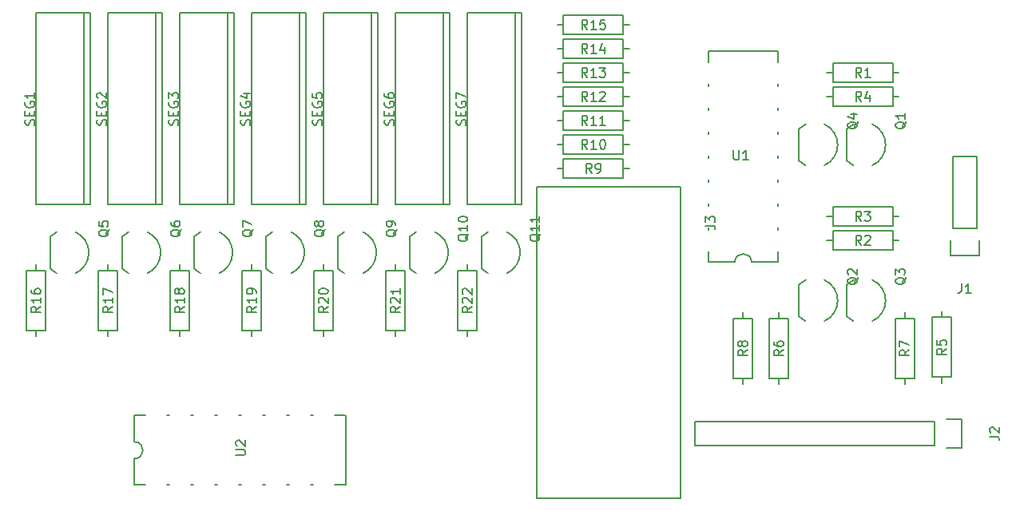
<source format=gbr>
G04 #@! TF.FileFunction,Legend,Top*
%FSLAX46Y46*%
G04 Gerber Fmt 4.6, Leading zero omitted, Abs format (unit mm)*
G04 Created by KiCad (PCBNEW 4.0.1-stable) date 12/26/16 02:18:00*
%MOMM*%
G01*
G04 APERTURE LIST*
%ADD10C,0.100000*%
%ADD11C,0.150000*%
G04 APERTURE END LIST*
D10*
D11*
X217170000Y-115062000D02*
X204470000Y-115062000D01*
X217170000Y-112522000D02*
X204470000Y-112522000D01*
X204470000Y-112522000D02*
X204470000Y-115062000D01*
X229870000Y-115062000D02*
X217170000Y-115062000D01*
X217170000Y-112522000D02*
X229870000Y-112522000D01*
X232690000Y-115342000D02*
X231140000Y-115342000D01*
X229870000Y-115062000D02*
X229870000Y-112522000D01*
X231140000Y-112242000D02*
X232690000Y-112242000D01*
X232690000Y-112242000D02*
X232690000Y-115342000D01*
X200406000Y-87630000D02*
X202946000Y-87630000D01*
X202946000Y-87630000D02*
X202946000Y-120650000D01*
X202946000Y-120650000D02*
X187706000Y-120650000D01*
X187706000Y-120650000D02*
X187706000Y-87630000D01*
X187706000Y-87630000D02*
X200406000Y-87630000D01*
X221253010Y-80997305D02*
G75*
G03X220550000Y-81485000I996990J-2187695D01*
G01*
X221253010Y-85372695D02*
G75*
G02X220550000Y-84885000I996990J2187695D01*
G01*
X220550000Y-81485000D02*
X220550000Y-84885000D01*
X223243127Y-81000121D02*
G75*
G02X224650000Y-83185000I-993127J-2184879D01*
G01*
X223243127Y-85369879D02*
G75*
G03X224650000Y-83185000I-993127J2184879D01*
G01*
X216173010Y-97507305D02*
G75*
G03X215470000Y-97995000I996990J-2187695D01*
G01*
X216173010Y-101882695D02*
G75*
G02X215470000Y-101395000I996990J2187695D01*
G01*
X215470000Y-97995000D02*
X215470000Y-101395000D01*
X218163127Y-97510121D02*
G75*
G02X219570000Y-99695000I-993127J-2184879D01*
G01*
X218163127Y-101879879D02*
G75*
G03X219570000Y-99695000I-993127J2184879D01*
G01*
X221253010Y-97507305D02*
G75*
G03X220550000Y-97995000I996990J-2187695D01*
G01*
X221253010Y-101882695D02*
G75*
G02X220550000Y-101395000I996990J2187695D01*
G01*
X220550000Y-97995000D02*
X220550000Y-101395000D01*
X223243127Y-97510121D02*
G75*
G02X224650000Y-99695000I-993127J-2184879D01*
G01*
X223243127Y-101879879D02*
G75*
G03X224650000Y-99695000I-993127J2184879D01*
G01*
X216173010Y-80997305D02*
G75*
G03X215470000Y-81485000I996990J-2187695D01*
G01*
X216173010Y-85372695D02*
G75*
G02X215470000Y-84885000I996990J2187695D01*
G01*
X215470000Y-81485000D02*
X215470000Y-84885000D01*
X218163127Y-81000121D02*
G75*
G02X219570000Y-83185000I-993127J-2184879D01*
G01*
X218163127Y-85369879D02*
G75*
G03X219570000Y-83185000I-993127J2184879D01*
G01*
X136798010Y-92427305D02*
G75*
G03X136095000Y-92915000I996990J-2187695D01*
G01*
X136798010Y-96802695D02*
G75*
G02X136095000Y-96315000I996990J2187695D01*
G01*
X136095000Y-92915000D02*
X136095000Y-96315000D01*
X138788127Y-92430121D02*
G75*
G02X140195000Y-94615000I-993127J-2184879D01*
G01*
X138788127Y-96799879D02*
G75*
G03X140195000Y-94615000I-993127J2184879D01*
G01*
X144418010Y-92427305D02*
G75*
G03X143715000Y-92915000I996990J-2187695D01*
G01*
X144418010Y-96802695D02*
G75*
G02X143715000Y-96315000I996990J2187695D01*
G01*
X143715000Y-92915000D02*
X143715000Y-96315000D01*
X146408127Y-92430121D02*
G75*
G02X147815000Y-94615000I-993127J-2184879D01*
G01*
X146408127Y-96799879D02*
G75*
G03X147815000Y-94615000I-993127J2184879D01*
G01*
X152038010Y-92427305D02*
G75*
G03X151335000Y-92915000I996990J-2187695D01*
G01*
X152038010Y-96802695D02*
G75*
G02X151335000Y-96315000I996990J2187695D01*
G01*
X151335000Y-92915000D02*
X151335000Y-96315000D01*
X154028127Y-92430121D02*
G75*
G02X155435000Y-94615000I-993127J-2184879D01*
G01*
X154028127Y-96799879D02*
G75*
G03X155435000Y-94615000I-993127J2184879D01*
G01*
X159658010Y-92427305D02*
G75*
G03X158955000Y-92915000I996990J-2187695D01*
G01*
X159658010Y-96802695D02*
G75*
G02X158955000Y-96315000I996990J2187695D01*
G01*
X158955000Y-92915000D02*
X158955000Y-96315000D01*
X161648127Y-92430121D02*
G75*
G02X163055000Y-94615000I-993127J-2184879D01*
G01*
X161648127Y-96799879D02*
G75*
G03X163055000Y-94615000I-993127J2184879D01*
G01*
X167278010Y-92427305D02*
G75*
G03X166575000Y-92915000I996990J-2187695D01*
G01*
X167278010Y-96802695D02*
G75*
G02X166575000Y-96315000I996990J2187695D01*
G01*
X166575000Y-92915000D02*
X166575000Y-96315000D01*
X169268127Y-92430121D02*
G75*
G02X170675000Y-94615000I-993127J-2184879D01*
G01*
X169268127Y-96799879D02*
G75*
G03X170675000Y-94615000I-993127J2184879D01*
G01*
X174898010Y-92427305D02*
G75*
G03X174195000Y-92915000I996990J-2187695D01*
G01*
X174898010Y-96802695D02*
G75*
G02X174195000Y-96315000I996990J2187695D01*
G01*
X174195000Y-92915000D02*
X174195000Y-96315000D01*
X176888127Y-92430121D02*
G75*
G02X178295000Y-94615000I-993127J-2184879D01*
G01*
X176888127Y-96799879D02*
G75*
G03X178295000Y-94615000I-993127J2184879D01*
G01*
X182518010Y-92427305D02*
G75*
G03X181815000Y-92915000I996990J-2187695D01*
G01*
X182518010Y-96802695D02*
G75*
G02X181815000Y-96315000I996990J2187695D01*
G01*
X181815000Y-92915000D02*
X181815000Y-96315000D01*
X184508127Y-92430121D02*
G75*
G02X185915000Y-94615000I-993127J-2184879D01*
G01*
X184508127Y-96799879D02*
G75*
G03X185915000Y-94615000I-993127J2184879D01*
G01*
X219075000Y-74549000D02*
X225425000Y-74549000D01*
X225425000Y-76581000D02*
X219075000Y-76581000D01*
X219075000Y-75565000D02*
X218440000Y-75565000D01*
X225425000Y-75565000D02*
X226060000Y-75565000D01*
X225425000Y-75565000D02*
X225425000Y-76581000D01*
X219075000Y-76581000D02*
X219075000Y-74549000D01*
X225425000Y-74549000D02*
X225425000Y-75565000D01*
X219075000Y-92329000D02*
X225425000Y-92329000D01*
X225425000Y-94361000D02*
X219075000Y-94361000D01*
X219075000Y-93345000D02*
X218440000Y-93345000D01*
X225425000Y-93345000D02*
X226060000Y-93345000D01*
X225425000Y-93345000D02*
X225425000Y-94361000D01*
X219075000Y-94361000D02*
X219075000Y-92329000D01*
X225425000Y-92329000D02*
X225425000Y-93345000D01*
X219075000Y-89789000D02*
X225425000Y-89789000D01*
X225425000Y-91821000D02*
X219075000Y-91821000D01*
X219075000Y-90805000D02*
X218440000Y-90805000D01*
X225425000Y-90805000D02*
X226060000Y-90805000D01*
X225425000Y-90805000D02*
X225425000Y-91821000D01*
X219075000Y-91821000D02*
X219075000Y-89789000D01*
X225425000Y-89789000D02*
X225425000Y-90805000D01*
X219075000Y-77089000D02*
X225425000Y-77089000D01*
X225425000Y-79121000D02*
X219075000Y-79121000D01*
X219075000Y-78105000D02*
X218440000Y-78105000D01*
X225425000Y-78105000D02*
X226060000Y-78105000D01*
X225425000Y-78105000D02*
X225425000Y-79121000D01*
X219075000Y-79121000D02*
X219075000Y-77089000D01*
X225425000Y-77089000D02*
X225425000Y-78105000D01*
X231648000Y-101473000D02*
X231648000Y-107823000D01*
X229616000Y-107823000D02*
X229616000Y-101473000D01*
X230632000Y-101473000D02*
X230632000Y-100838000D01*
X230632000Y-107823000D02*
X230632000Y-108458000D01*
X230632000Y-107823000D02*
X229616000Y-107823000D01*
X229616000Y-101473000D02*
X231648000Y-101473000D01*
X231648000Y-107823000D02*
X230632000Y-107823000D01*
X214376000Y-101600000D02*
X214376000Y-107950000D01*
X212344000Y-107950000D02*
X212344000Y-101600000D01*
X213360000Y-101600000D02*
X213360000Y-100965000D01*
X213360000Y-107950000D02*
X213360000Y-108585000D01*
X213360000Y-107950000D02*
X212344000Y-107950000D01*
X212344000Y-101600000D02*
X214376000Y-101600000D01*
X214376000Y-107950000D02*
X213360000Y-107950000D01*
X227711000Y-101600000D02*
X227711000Y-107950000D01*
X225679000Y-107950000D02*
X225679000Y-101600000D01*
X226695000Y-101600000D02*
X226695000Y-100965000D01*
X226695000Y-107950000D02*
X226695000Y-108585000D01*
X226695000Y-107950000D02*
X225679000Y-107950000D01*
X225679000Y-101600000D02*
X227711000Y-101600000D01*
X227711000Y-107950000D02*
X226695000Y-107950000D01*
X210566000Y-101600000D02*
X210566000Y-107950000D01*
X208534000Y-107950000D02*
X208534000Y-101600000D01*
X209550000Y-101600000D02*
X209550000Y-100965000D01*
X209550000Y-107950000D02*
X209550000Y-108585000D01*
X209550000Y-107950000D02*
X208534000Y-107950000D01*
X208534000Y-101600000D02*
X210566000Y-101600000D01*
X210566000Y-107950000D02*
X209550000Y-107950000D01*
X190500000Y-84709000D02*
X196850000Y-84709000D01*
X196850000Y-86741000D02*
X190500000Y-86741000D01*
X190500000Y-85725000D02*
X189865000Y-85725000D01*
X196850000Y-85725000D02*
X197485000Y-85725000D01*
X196850000Y-85725000D02*
X196850000Y-86741000D01*
X190500000Y-86741000D02*
X190500000Y-84709000D01*
X196850000Y-84709000D02*
X196850000Y-85725000D01*
X190500000Y-82169000D02*
X196850000Y-82169000D01*
X196850000Y-84201000D02*
X190500000Y-84201000D01*
X190500000Y-83185000D02*
X189865000Y-83185000D01*
X196850000Y-83185000D02*
X197485000Y-83185000D01*
X196850000Y-83185000D02*
X196850000Y-84201000D01*
X190500000Y-84201000D02*
X190500000Y-82169000D01*
X196850000Y-82169000D02*
X196850000Y-83185000D01*
X190500000Y-79629000D02*
X196850000Y-79629000D01*
X196850000Y-81661000D02*
X190500000Y-81661000D01*
X190500000Y-80645000D02*
X189865000Y-80645000D01*
X196850000Y-80645000D02*
X197485000Y-80645000D01*
X196850000Y-80645000D02*
X196850000Y-81661000D01*
X190500000Y-81661000D02*
X190500000Y-79629000D01*
X196850000Y-79629000D02*
X196850000Y-80645000D01*
X190500000Y-77089000D02*
X196850000Y-77089000D01*
X196850000Y-79121000D02*
X190500000Y-79121000D01*
X190500000Y-78105000D02*
X189865000Y-78105000D01*
X196850000Y-78105000D02*
X197485000Y-78105000D01*
X196850000Y-78105000D02*
X196850000Y-79121000D01*
X190500000Y-79121000D02*
X190500000Y-77089000D01*
X196850000Y-77089000D02*
X196850000Y-78105000D01*
X190500000Y-74549000D02*
X196850000Y-74549000D01*
X196850000Y-76581000D02*
X190500000Y-76581000D01*
X190500000Y-75565000D02*
X189865000Y-75565000D01*
X196850000Y-75565000D02*
X197485000Y-75565000D01*
X196850000Y-75565000D02*
X196850000Y-76581000D01*
X190500000Y-76581000D02*
X190500000Y-74549000D01*
X196850000Y-74549000D02*
X196850000Y-75565000D01*
X190500000Y-72009000D02*
X196850000Y-72009000D01*
X196850000Y-74041000D02*
X190500000Y-74041000D01*
X190500000Y-73025000D02*
X189865000Y-73025000D01*
X196850000Y-73025000D02*
X197485000Y-73025000D01*
X196850000Y-73025000D02*
X196850000Y-74041000D01*
X190500000Y-74041000D02*
X190500000Y-72009000D01*
X196850000Y-72009000D02*
X196850000Y-73025000D01*
X190500000Y-69469000D02*
X196850000Y-69469000D01*
X196850000Y-71501000D02*
X190500000Y-71501000D01*
X190500000Y-70485000D02*
X189865000Y-70485000D01*
X196850000Y-70485000D02*
X197485000Y-70485000D01*
X196850000Y-70485000D02*
X196850000Y-71501000D01*
X190500000Y-71501000D02*
X190500000Y-69469000D01*
X196850000Y-69469000D02*
X196850000Y-70485000D01*
X135636000Y-96520000D02*
X135636000Y-102870000D01*
X133604000Y-102870000D02*
X133604000Y-96520000D01*
X134620000Y-96520000D02*
X134620000Y-95885000D01*
X134620000Y-102870000D02*
X134620000Y-103505000D01*
X134620000Y-102870000D02*
X133604000Y-102870000D01*
X133604000Y-96520000D02*
X135636000Y-96520000D01*
X135636000Y-102870000D02*
X134620000Y-102870000D01*
X143256000Y-96520000D02*
X143256000Y-102870000D01*
X141224000Y-102870000D02*
X141224000Y-96520000D01*
X142240000Y-96520000D02*
X142240000Y-95885000D01*
X142240000Y-102870000D02*
X142240000Y-103505000D01*
X142240000Y-102870000D02*
X141224000Y-102870000D01*
X141224000Y-96520000D02*
X143256000Y-96520000D01*
X143256000Y-102870000D02*
X142240000Y-102870000D01*
X150876000Y-96520000D02*
X150876000Y-102870000D01*
X148844000Y-102870000D02*
X148844000Y-96520000D01*
X149860000Y-96520000D02*
X149860000Y-95885000D01*
X149860000Y-102870000D02*
X149860000Y-103505000D01*
X149860000Y-102870000D02*
X148844000Y-102870000D01*
X148844000Y-96520000D02*
X150876000Y-96520000D01*
X150876000Y-102870000D02*
X149860000Y-102870000D01*
X158496000Y-96520000D02*
X158496000Y-102870000D01*
X156464000Y-102870000D02*
X156464000Y-96520000D01*
X157480000Y-96520000D02*
X157480000Y-95885000D01*
X157480000Y-102870000D02*
X157480000Y-103505000D01*
X157480000Y-102870000D02*
X156464000Y-102870000D01*
X156464000Y-96520000D02*
X158496000Y-96520000D01*
X158496000Y-102870000D02*
X157480000Y-102870000D01*
X166116000Y-96520000D02*
X166116000Y-102870000D01*
X164084000Y-102870000D02*
X164084000Y-96520000D01*
X165100000Y-96520000D02*
X165100000Y-95885000D01*
X165100000Y-102870000D02*
X165100000Y-103505000D01*
X165100000Y-102870000D02*
X164084000Y-102870000D01*
X164084000Y-96520000D02*
X166116000Y-96520000D01*
X166116000Y-102870000D02*
X165100000Y-102870000D01*
X173736000Y-96520000D02*
X173736000Y-102870000D01*
X171704000Y-102870000D02*
X171704000Y-96520000D01*
X172720000Y-96520000D02*
X172720000Y-95885000D01*
X172720000Y-102870000D02*
X172720000Y-103505000D01*
X172720000Y-102870000D02*
X171704000Y-102870000D01*
X171704000Y-96520000D02*
X173736000Y-96520000D01*
X173736000Y-102870000D02*
X172720000Y-102870000D01*
X181356000Y-96520000D02*
X181356000Y-102870000D01*
X179324000Y-102870000D02*
X179324000Y-96520000D01*
X180340000Y-96520000D02*
X180340000Y-95885000D01*
X180340000Y-102870000D02*
X180340000Y-103505000D01*
X180340000Y-102870000D02*
X179324000Y-102870000D01*
X179324000Y-96520000D02*
X181356000Y-96520000D01*
X181356000Y-102870000D02*
X180340000Y-102870000D01*
X213233000Y-89408000D02*
X213233000Y-89662000D01*
X213233000Y-86868000D02*
X213233000Y-87122000D01*
X213233000Y-84328000D02*
X213233000Y-84582000D01*
X213233000Y-81788000D02*
X213233000Y-82042000D01*
X213233000Y-79248000D02*
X213233000Y-79502000D01*
X213233000Y-76708000D02*
X213233000Y-76962000D01*
X213233000Y-74422000D02*
X213233000Y-73279000D01*
X205867000Y-74422000D02*
X205867000Y-73279000D01*
X205867000Y-76962000D02*
X205867000Y-76708000D01*
X205867000Y-79502000D02*
X205867000Y-79248000D01*
X205867000Y-82042000D02*
X205867000Y-81788000D01*
X205867000Y-84582000D02*
X205867000Y-84328000D01*
X205867000Y-87122000D02*
X205867000Y-86868000D01*
X205867000Y-89662000D02*
X205867000Y-89408000D01*
X213233000Y-92202000D02*
X213233000Y-91948000D01*
X213233000Y-94488000D02*
X213233000Y-95631000D01*
X205867000Y-94488000D02*
X205867000Y-95631000D01*
X205867000Y-92202000D02*
X205867000Y-91948000D01*
X208661000Y-95631000D02*
X205867000Y-95631000D01*
X213233000Y-95631000D02*
X210439000Y-95631000D01*
X210439000Y-95631000D02*
G75*
G03X208661000Y-95631000I-889000J0D01*
G01*
X213225000Y-73270000D02*
X205875000Y-73270000D01*
X151257000Y-119253000D02*
X151003000Y-119253000D01*
X153797000Y-119253000D02*
X153543000Y-119253000D01*
X156337000Y-119253000D02*
X156083000Y-119253000D01*
X158877000Y-119253000D02*
X158623000Y-119253000D01*
X161417000Y-119253000D02*
X161163000Y-119253000D01*
X163957000Y-119253000D02*
X163703000Y-119253000D01*
X166243000Y-119253000D02*
X167386000Y-119253000D01*
X166243000Y-111887000D02*
X167386000Y-111887000D01*
X163703000Y-111887000D02*
X163957000Y-111887000D01*
X161163000Y-111887000D02*
X161417000Y-111887000D01*
X158623000Y-111887000D02*
X158877000Y-111887000D01*
X156083000Y-111887000D02*
X156337000Y-111887000D01*
X153543000Y-111887000D02*
X153797000Y-111887000D01*
X151003000Y-111887000D02*
X151257000Y-111887000D01*
X148463000Y-119253000D02*
X148717000Y-119253000D01*
X146177000Y-119253000D02*
X145034000Y-119253000D01*
X146177000Y-111887000D02*
X145034000Y-111887000D01*
X148463000Y-111887000D02*
X148717000Y-111887000D01*
X145034000Y-114681000D02*
X145034000Y-111887000D01*
X145034000Y-119253000D02*
X145034000Y-116459000D01*
X145034000Y-116459000D02*
G75*
G03X145034000Y-114681000I0J889000D01*
G01*
X167395000Y-119245000D02*
X167395000Y-111895000D01*
X139700000Y-89535000D02*
X139700000Y-69215000D01*
X140335000Y-89535000D02*
X140335000Y-69215000D01*
X140335000Y-69215000D02*
X134620000Y-69215000D01*
X134620000Y-69215000D02*
X134620000Y-89535000D01*
X134620000Y-89535000D02*
X140335000Y-89535000D01*
X147320000Y-89535000D02*
X147320000Y-69215000D01*
X147955000Y-89535000D02*
X147955000Y-69215000D01*
X147955000Y-69215000D02*
X142240000Y-69215000D01*
X142240000Y-69215000D02*
X142240000Y-89535000D01*
X142240000Y-89535000D02*
X147955000Y-89535000D01*
X154940000Y-89535000D02*
X154940000Y-69215000D01*
X155575000Y-89535000D02*
X155575000Y-69215000D01*
X155575000Y-69215000D02*
X149860000Y-69215000D01*
X149860000Y-69215000D02*
X149860000Y-89535000D01*
X149860000Y-89535000D02*
X155575000Y-89535000D01*
X162560000Y-89535000D02*
X162560000Y-69215000D01*
X163195000Y-89535000D02*
X163195000Y-69215000D01*
X163195000Y-69215000D02*
X157480000Y-69215000D01*
X157480000Y-69215000D02*
X157480000Y-89535000D01*
X157480000Y-89535000D02*
X163195000Y-89535000D01*
X170180000Y-89535000D02*
X170180000Y-69215000D01*
X170815000Y-89535000D02*
X170815000Y-69215000D01*
X170815000Y-69215000D02*
X165100000Y-69215000D01*
X165100000Y-69215000D02*
X165100000Y-89535000D01*
X165100000Y-89535000D02*
X170815000Y-89535000D01*
X177800000Y-89535000D02*
X177800000Y-69215000D01*
X178435000Y-89535000D02*
X178435000Y-69215000D01*
X178435000Y-69215000D02*
X172720000Y-69215000D01*
X172720000Y-69215000D02*
X172720000Y-89535000D01*
X172720000Y-89535000D02*
X178435000Y-89535000D01*
X185420000Y-89535000D02*
X185420000Y-69215000D01*
X186055000Y-89535000D02*
X186055000Y-69215000D01*
X186055000Y-69215000D02*
X180340000Y-69215000D01*
X180340000Y-69215000D02*
X180340000Y-89535000D01*
X180340000Y-89535000D02*
X186055000Y-89535000D01*
X234315000Y-84455000D02*
X234315000Y-92075000D01*
X231775000Y-92075000D02*
X231775000Y-84455000D01*
X234315000Y-84455000D02*
X231775000Y-84455000D01*
X231495000Y-94895000D02*
X231495000Y-93345000D01*
X231775000Y-92075000D02*
X234315000Y-92075000D01*
X234595000Y-93345000D02*
X234595000Y-94895000D01*
X234595000Y-94895000D02*
X231495000Y-94895000D01*
X235692381Y-114125333D02*
X236406667Y-114125333D01*
X236549524Y-114172953D01*
X236644762Y-114268191D01*
X236692381Y-114411048D01*
X236692381Y-114506286D01*
X235787619Y-113696762D02*
X235740000Y-113649143D01*
X235692381Y-113553905D01*
X235692381Y-113315809D01*
X235740000Y-113220571D01*
X235787619Y-113172952D01*
X235882857Y-113125333D01*
X235978095Y-113125333D01*
X236120952Y-113172952D01*
X236692381Y-113744381D01*
X236692381Y-113125333D01*
X205573381Y-91773333D02*
X206287667Y-91773333D01*
X206430524Y-91820953D01*
X206525762Y-91916191D01*
X206573381Y-92059048D01*
X206573381Y-92154286D01*
X205573381Y-91392381D02*
X205573381Y-90773333D01*
X205954333Y-91106667D01*
X205954333Y-90963809D01*
X206001952Y-90868571D01*
X206049571Y-90820952D01*
X206144810Y-90773333D01*
X206382905Y-90773333D01*
X206478143Y-90820952D01*
X206525762Y-90868571D01*
X206573381Y-90963809D01*
X206573381Y-91249524D01*
X206525762Y-91344762D01*
X206478143Y-91392381D01*
X226797619Y-80740238D02*
X226750000Y-80835476D01*
X226654762Y-80930714D01*
X226511905Y-81073571D01*
X226464286Y-81168810D01*
X226464286Y-81264048D01*
X226702381Y-81216429D02*
X226654762Y-81311667D01*
X226559524Y-81406905D01*
X226369048Y-81454524D01*
X226035714Y-81454524D01*
X225845238Y-81406905D01*
X225750000Y-81311667D01*
X225702381Y-81216429D01*
X225702381Y-81025952D01*
X225750000Y-80930714D01*
X225845238Y-80835476D01*
X226035714Y-80787857D01*
X226369048Y-80787857D01*
X226559524Y-80835476D01*
X226654762Y-80930714D01*
X226702381Y-81025952D01*
X226702381Y-81216429D01*
X226702381Y-79835476D02*
X226702381Y-80406905D01*
X226702381Y-80121191D02*
X225702381Y-80121191D01*
X225845238Y-80216429D01*
X225940476Y-80311667D01*
X225988095Y-80406905D01*
X221717619Y-97250238D02*
X221670000Y-97345476D01*
X221574762Y-97440714D01*
X221431905Y-97583571D01*
X221384286Y-97678810D01*
X221384286Y-97774048D01*
X221622381Y-97726429D02*
X221574762Y-97821667D01*
X221479524Y-97916905D01*
X221289048Y-97964524D01*
X220955714Y-97964524D01*
X220765238Y-97916905D01*
X220670000Y-97821667D01*
X220622381Y-97726429D01*
X220622381Y-97535952D01*
X220670000Y-97440714D01*
X220765238Y-97345476D01*
X220955714Y-97297857D01*
X221289048Y-97297857D01*
X221479524Y-97345476D01*
X221574762Y-97440714D01*
X221622381Y-97535952D01*
X221622381Y-97726429D01*
X220717619Y-96916905D02*
X220670000Y-96869286D01*
X220622381Y-96774048D01*
X220622381Y-96535952D01*
X220670000Y-96440714D01*
X220717619Y-96393095D01*
X220812857Y-96345476D01*
X220908095Y-96345476D01*
X221050952Y-96393095D01*
X221622381Y-96964524D01*
X221622381Y-96345476D01*
X226797619Y-97250238D02*
X226750000Y-97345476D01*
X226654762Y-97440714D01*
X226511905Y-97583571D01*
X226464286Y-97678810D01*
X226464286Y-97774048D01*
X226702381Y-97726429D02*
X226654762Y-97821667D01*
X226559524Y-97916905D01*
X226369048Y-97964524D01*
X226035714Y-97964524D01*
X225845238Y-97916905D01*
X225750000Y-97821667D01*
X225702381Y-97726429D01*
X225702381Y-97535952D01*
X225750000Y-97440714D01*
X225845238Y-97345476D01*
X226035714Y-97297857D01*
X226369048Y-97297857D01*
X226559524Y-97345476D01*
X226654762Y-97440714D01*
X226702381Y-97535952D01*
X226702381Y-97726429D01*
X225702381Y-96964524D02*
X225702381Y-96345476D01*
X226083333Y-96678810D01*
X226083333Y-96535952D01*
X226130952Y-96440714D01*
X226178571Y-96393095D01*
X226273810Y-96345476D01*
X226511905Y-96345476D01*
X226607143Y-96393095D01*
X226654762Y-96440714D01*
X226702381Y-96535952D01*
X226702381Y-96821667D01*
X226654762Y-96916905D01*
X226607143Y-96964524D01*
X221717619Y-80740238D02*
X221670000Y-80835476D01*
X221574762Y-80930714D01*
X221431905Y-81073571D01*
X221384286Y-81168810D01*
X221384286Y-81264048D01*
X221622381Y-81216429D02*
X221574762Y-81311667D01*
X221479524Y-81406905D01*
X221289048Y-81454524D01*
X220955714Y-81454524D01*
X220765238Y-81406905D01*
X220670000Y-81311667D01*
X220622381Y-81216429D01*
X220622381Y-81025952D01*
X220670000Y-80930714D01*
X220765238Y-80835476D01*
X220955714Y-80787857D01*
X221289048Y-80787857D01*
X221479524Y-80835476D01*
X221574762Y-80930714D01*
X221622381Y-81025952D01*
X221622381Y-81216429D01*
X220955714Y-79930714D02*
X221622381Y-79930714D01*
X220574762Y-80168810D02*
X221289048Y-80406905D01*
X221289048Y-79787857D01*
X142342619Y-92170238D02*
X142295000Y-92265476D01*
X142199762Y-92360714D01*
X142056905Y-92503571D01*
X142009286Y-92598810D01*
X142009286Y-92694048D01*
X142247381Y-92646429D02*
X142199762Y-92741667D01*
X142104524Y-92836905D01*
X141914048Y-92884524D01*
X141580714Y-92884524D01*
X141390238Y-92836905D01*
X141295000Y-92741667D01*
X141247381Y-92646429D01*
X141247381Y-92455952D01*
X141295000Y-92360714D01*
X141390238Y-92265476D01*
X141580714Y-92217857D01*
X141914048Y-92217857D01*
X142104524Y-92265476D01*
X142199762Y-92360714D01*
X142247381Y-92455952D01*
X142247381Y-92646429D01*
X141247381Y-91313095D02*
X141247381Y-91789286D01*
X141723571Y-91836905D01*
X141675952Y-91789286D01*
X141628333Y-91694048D01*
X141628333Y-91455952D01*
X141675952Y-91360714D01*
X141723571Y-91313095D01*
X141818810Y-91265476D01*
X142056905Y-91265476D01*
X142152143Y-91313095D01*
X142199762Y-91360714D01*
X142247381Y-91455952D01*
X142247381Y-91694048D01*
X142199762Y-91789286D01*
X142152143Y-91836905D01*
X149962619Y-92170238D02*
X149915000Y-92265476D01*
X149819762Y-92360714D01*
X149676905Y-92503571D01*
X149629286Y-92598810D01*
X149629286Y-92694048D01*
X149867381Y-92646429D02*
X149819762Y-92741667D01*
X149724524Y-92836905D01*
X149534048Y-92884524D01*
X149200714Y-92884524D01*
X149010238Y-92836905D01*
X148915000Y-92741667D01*
X148867381Y-92646429D01*
X148867381Y-92455952D01*
X148915000Y-92360714D01*
X149010238Y-92265476D01*
X149200714Y-92217857D01*
X149534048Y-92217857D01*
X149724524Y-92265476D01*
X149819762Y-92360714D01*
X149867381Y-92455952D01*
X149867381Y-92646429D01*
X148867381Y-91360714D02*
X148867381Y-91551191D01*
X148915000Y-91646429D01*
X148962619Y-91694048D01*
X149105476Y-91789286D01*
X149295952Y-91836905D01*
X149676905Y-91836905D01*
X149772143Y-91789286D01*
X149819762Y-91741667D01*
X149867381Y-91646429D01*
X149867381Y-91455952D01*
X149819762Y-91360714D01*
X149772143Y-91313095D01*
X149676905Y-91265476D01*
X149438810Y-91265476D01*
X149343571Y-91313095D01*
X149295952Y-91360714D01*
X149248333Y-91455952D01*
X149248333Y-91646429D01*
X149295952Y-91741667D01*
X149343571Y-91789286D01*
X149438810Y-91836905D01*
X157582619Y-92170238D02*
X157535000Y-92265476D01*
X157439762Y-92360714D01*
X157296905Y-92503571D01*
X157249286Y-92598810D01*
X157249286Y-92694048D01*
X157487381Y-92646429D02*
X157439762Y-92741667D01*
X157344524Y-92836905D01*
X157154048Y-92884524D01*
X156820714Y-92884524D01*
X156630238Y-92836905D01*
X156535000Y-92741667D01*
X156487381Y-92646429D01*
X156487381Y-92455952D01*
X156535000Y-92360714D01*
X156630238Y-92265476D01*
X156820714Y-92217857D01*
X157154048Y-92217857D01*
X157344524Y-92265476D01*
X157439762Y-92360714D01*
X157487381Y-92455952D01*
X157487381Y-92646429D01*
X156487381Y-91884524D02*
X156487381Y-91217857D01*
X157487381Y-91646429D01*
X165202619Y-92170238D02*
X165155000Y-92265476D01*
X165059762Y-92360714D01*
X164916905Y-92503571D01*
X164869286Y-92598810D01*
X164869286Y-92694048D01*
X165107381Y-92646429D02*
X165059762Y-92741667D01*
X164964524Y-92836905D01*
X164774048Y-92884524D01*
X164440714Y-92884524D01*
X164250238Y-92836905D01*
X164155000Y-92741667D01*
X164107381Y-92646429D01*
X164107381Y-92455952D01*
X164155000Y-92360714D01*
X164250238Y-92265476D01*
X164440714Y-92217857D01*
X164774048Y-92217857D01*
X164964524Y-92265476D01*
X165059762Y-92360714D01*
X165107381Y-92455952D01*
X165107381Y-92646429D01*
X164535952Y-91646429D02*
X164488333Y-91741667D01*
X164440714Y-91789286D01*
X164345476Y-91836905D01*
X164297857Y-91836905D01*
X164202619Y-91789286D01*
X164155000Y-91741667D01*
X164107381Y-91646429D01*
X164107381Y-91455952D01*
X164155000Y-91360714D01*
X164202619Y-91313095D01*
X164297857Y-91265476D01*
X164345476Y-91265476D01*
X164440714Y-91313095D01*
X164488333Y-91360714D01*
X164535952Y-91455952D01*
X164535952Y-91646429D01*
X164583571Y-91741667D01*
X164631190Y-91789286D01*
X164726429Y-91836905D01*
X164916905Y-91836905D01*
X165012143Y-91789286D01*
X165059762Y-91741667D01*
X165107381Y-91646429D01*
X165107381Y-91455952D01*
X165059762Y-91360714D01*
X165012143Y-91313095D01*
X164916905Y-91265476D01*
X164726429Y-91265476D01*
X164631190Y-91313095D01*
X164583571Y-91360714D01*
X164535952Y-91455952D01*
X172822619Y-92170238D02*
X172775000Y-92265476D01*
X172679762Y-92360714D01*
X172536905Y-92503571D01*
X172489286Y-92598810D01*
X172489286Y-92694048D01*
X172727381Y-92646429D02*
X172679762Y-92741667D01*
X172584524Y-92836905D01*
X172394048Y-92884524D01*
X172060714Y-92884524D01*
X171870238Y-92836905D01*
X171775000Y-92741667D01*
X171727381Y-92646429D01*
X171727381Y-92455952D01*
X171775000Y-92360714D01*
X171870238Y-92265476D01*
X172060714Y-92217857D01*
X172394048Y-92217857D01*
X172584524Y-92265476D01*
X172679762Y-92360714D01*
X172727381Y-92455952D01*
X172727381Y-92646429D01*
X172727381Y-91741667D02*
X172727381Y-91551191D01*
X172679762Y-91455952D01*
X172632143Y-91408333D01*
X172489286Y-91313095D01*
X172298810Y-91265476D01*
X171917857Y-91265476D01*
X171822619Y-91313095D01*
X171775000Y-91360714D01*
X171727381Y-91455952D01*
X171727381Y-91646429D01*
X171775000Y-91741667D01*
X171822619Y-91789286D01*
X171917857Y-91836905D01*
X172155952Y-91836905D01*
X172251190Y-91789286D01*
X172298810Y-91741667D01*
X172346429Y-91646429D01*
X172346429Y-91455952D01*
X172298810Y-91360714D01*
X172251190Y-91313095D01*
X172155952Y-91265476D01*
X180442619Y-92646428D02*
X180395000Y-92741666D01*
X180299762Y-92836904D01*
X180156905Y-92979761D01*
X180109286Y-93075000D01*
X180109286Y-93170238D01*
X180347381Y-93122619D02*
X180299762Y-93217857D01*
X180204524Y-93313095D01*
X180014048Y-93360714D01*
X179680714Y-93360714D01*
X179490238Y-93313095D01*
X179395000Y-93217857D01*
X179347381Y-93122619D01*
X179347381Y-92932142D01*
X179395000Y-92836904D01*
X179490238Y-92741666D01*
X179680714Y-92694047D01*
X180014048Y-92694047D01*
X180204524Y-92741666D01*
X180299762Y-92836904D01*
X180347381Y-92932142D01*
X180347381Y-93122619D01*
X180347381Y-91741666D02*
X180347381Y-92313095D01*
X180347381Y-92027381D02*
X179347381Y-92027381D01*
X179490238Y-92122619D01*
X179585476Y-92217857D01*
X179633095Y-92313095D01*
X179347381Y-91122619D02*
X179347381Y-91027380D01*
X179395000Y-90932142D01*
X179442619Y-90884523D01*
X179537857Y-90836904D01*
X179728333Y-90789285D01*
X179966429Y-90789285D01*
X180156905Y-90836904D01*
X180252143Y-90884523D01*
X180299762Y-90932142D01*
X180347381Y-91027380D01*
X180347381Y-91122619D01*
X180299762Y-91217857D01*
X180252143Y-91265476D01*
X180156905Y-91313095D01*
X179966429Y-91360714D01*
X179728333Y-91360714D01*
X179537857Y-91313095D01*
X179442619Y-91265476D01*
X179395000Y-91217857D01*
X179347381Y-91122619D01*
X188062619Y-92646428D02*
X188015000Y-92741666D01*
X187919762Y-92836904D01*
X187776905Y-92979761D01*
X187729286Y-93075000D01*
X187729286Y-93170238D01*
X187967381Y-93122619D02*
X187919762Y-93217857D01*
X187824524Y-93313095D01*
X187634048Y-93360714D01*
X187300714Y-93360714D01*
X187110238Y-93313095D01*
X187015000Y-93217857D01*
X186967381Y-93122619D01*
X186967381Y-92932142D01*
X187015000Y-92836904D01*
X187110238Y-92741666D01*
X187300714Y-92694047D01*
X187634048Y-92694047D01*
X187824524Y-92741666D01*
X187919762Y-92836904D01*
X187967381Y-92932142D01*
X187967381Y-93122619D01*
X187967381Y-91741666D02*
X187967381Y-92313095D01*
X187967381Y-92027381D02*
X186967381Y-92027381D01*
X187110238Y-92122619D01*
X187205476Y-92217857D01*
X187253095Y-92313095D01*
X187967381Y-90789285D02*
X187967381Y-91360714D01*
X187967381Y-91075000D02*
X186967381Y-91075000D01*
X187110238Y-91170238D01*
X187205476Y-91265476D01*
X187253095Y-91360714D01*
X222083334Y-76017381D02*
X221750000Y-75541190D01*
X221511905Y-76017381D02*
X221511905Y-75017381D01*
X221892858Y-75017381D01*
X221988096Y-75065000D01*
X222035715Y-75112619D01*
X222083334Y-75207857D01*
X222083334Y-75350714D01*
X222035715Y-75445952D01*
X221988096Y-75493571D01*
X221892858Y-75541190D01*
X221511905Y-75541190D01*
X223035715Y-76017381D02*
X222464286Y-76017381D01*
X222750000Y-76017381D02*
X222750000Y-75017381D01*
X222654762Y-75160238D01*
X222559524Y-75255476D01*
X222464286Y-75303095D01*
X222083334Y-93797381D02*
X221750000Y-93321190D01*
X221511905Y-93797381D02*
X221511905Y-92797381D01*
X221892858Y-92797381D01*
X221988096Y-92845000D01*
X222035715Y-92892619D01*
X222083334Y-92987857D01*
X222083334Y-93130714D01*
X222035715Y-93225952D01*
X221988096Y-93273571D01*
X221892858Y-93321190D01*
X221511905Y-93321190D01*
X222464286Y-92892619D02*
X222511905Y-92845000D01*
X222607143Y-92797381D01*
X222845239Y-92797381D01*
X222940477Y-92845000D01*
X222988096Y-92892619D01*
X223035715Y-92987857D01*
X223035715Y-93083095D01*
X222988096Y-93225952D01*
X222416667Y-93797381D01*
X223035715Y-93797381D01*
X222083334Y-91257381D02*
X221750000Y-90781190D01*
X221511905Y-91257381D02*
X221511905Y-90257381D01*
X221892858Y-90257381D01*
X221988096Y-90305000D01*
X222035715Y-90352619D01*
X222083334Y-90447857D01*
X222083334Y-90590714D01*
X222035715Y-90685952D01*
X221988096Y-90733571D01*
X221892858Y-90781190D01*
X221511905Y-90781190D01*
X222416667Y-90257381D02*
X223035715Y-90257381D01*
X222702381Y-90638333D01*
X222845239Y-90638333D01*
X222940477Y-90685952D01*
X222988096Y-90733571D01*
X223035715Y-90828810D01*
X223035715Y-91066905D01*
X222988096Y-91162143D01*
X222940477Y-91209762D01*
X222845239Y-91257381D01*
X222559524Y-91257381D01*
X222464286Y-91209762D01*
X222416667Y-91162143D01*
X222083334Y-78557381D02*
X221750000Y-78081190D01*
X221511905Y-78557381D02*
X221511905Y-77557381D01*
X221892858Y-77557381D01*
X221988096Y-77605000D01*
X222035715Y-77652619D01*
X222083334Y-77747857D01*
X222083334Y-77890714D01*
X222035715Y-77985952D01*
X221988096Y-78033571D01*
X221892858Y-78081190D01*
X221511905Y-78081190D01*
X222940477Y-77890714D02*
X222940477Y-78557381D01*
X222702381Y-77509762D02*
X222464286Y-78224048D01*
X223083334Y-78224048D01*
X231084381Y-104814666D02*
X230608190Y-105148000D01*
X231084381Y-105386095D02*
X230084381Y-105386095D01*
X230084381Y-105005142D01*
X230132000Y-104909904D01*
X230179619Y-104862285D01*
X230274857Y-104814666D01*
X230417714Y-104814666D01*
X230512952Y-104862285D01*
X230560571Y-104909904D01*
X230608190Y-105005142D01*
X230608190Y-105386095D01*
X230084381Y-103909904D02*
X230084381Y-104386095D01*
X230560571Y-104433714D01*
X230512952Y-104386095D01*
X230465333Y-104290857D01*
X230465333Y-104052761D01*
X230512952Y-103957523D01*
X230560571Y-103909904D01*
X230655810Y-103862285D01*
X230893905Y-103862285D01*
X230989143Y-103909904D01*
X231036762Y-103957523D01*
X231084381Y-104052761D01*
X231084381Y-104290857D01*
X231036762Y-104386095D01*
X230989143Y-104433714D01*
X213812381Y-104941666D02*
X213336190Y-105275000D01*
X213812381Y-105513095D02*
X212812381Y-105513095D01*
X212812381Y-105132142D01*
X212860000Y-105036904D01*
X212907619Y-104989285D01*
X213002857Y-104941666D01*
X213145714Y-104941666D01*
X213240952Y-104989285D01*
X213288571Y-105036904D01*
X213336190Y-105132142D01*
X213336190Y-105513095D01*
X212812381Y-104084523D02*
X212812381Y-104275000D01*
X212860000Y-104370238D01*
X212907619Y-104417857D01*
X213050476Y-104513095D01*
X213240952Y-104560714D01*
X213621905Y-104560714D01*
X213717143Y-104513095D01*
X213764762Y-104465476D01*
X213812381Y-104370238D01*
X213812381Y-104179761D01*
X213764762Y-104084523D01*
X213717143Y-104036904D01*
X213621905Y-103989285D01*
X213383810Y-103989285D01*
X213288571Y-104036904D01*
X213240952Y-104084523D01*
X213193333Y-104179761D01*
X213193333Y-104370238D01*
X213240952Y-104465476D01*
X213288571Y-104513095D01*
X213383810Y-104560714D01*
X227147381Y-104941666D02*
X226671190Y-105275000D01*
X227147381Y-105513095D02*
X226147381Y-105513095D01*
X226147381Y-105132142D01*
X226195000Y-105036904D01*
X226242619Y-104989285D01*
X226337857Y-104941666D01*
X226480714Y-104941666D01*
X226575952Y-104989285D01*
X226623571Y-105036904D01*
X226671190Y-105132142D01*
X226671190Y-105513095D01*
X226147381Y-104608333D02*
X226147381Y-103941666D01*
X227147381Y-104370238D01*
X210002381Y-104941666D02*
X209526190Y-105275000D01*
X210002381Y-105513095D02*
X209002381Y-105513095D01*
X209002381Y-105132142D01*
X209050000Y-105036904D01*
X209097619Y-104989285D01*
X209192857Y-104941666D01*
X209335714Y-104941666D01*
X209430952Y-104989285D01*
X209478571Y-105036904D01*
X209526190Y-105132142D01*
X209526190Y-105513095D01*
X209430952Y-104370238D02*
X209383333Y-104465476D01*
X209335714Y-104513095D01*
X209240476Y-104560714D01*
X209192857Y-104560714D01*
X209097619Y-104513095D01*
X209050000Y-104465476D01*
X209002381Y-104370238D01*
X209002381Y-104179761D01*
X209050000Y-104084523D01*
X209097619Y-104036904D01*
X209192857Y-103989285D01*
X209240476Y-103989285D01*
X209335714Y-104036904D01*
X209383333Y-104084523D01*
X209430952Y-104179761D01*
X209430952Y-104370238D01*
X209478571Y-104465476D01*
X209526190Y-104513095D01*
X209621429Y-104560714D01*
X209811905Y-104560714D01*
X209907143Y-104513095D01*
X209954762Y-104465476D01*
X210002381Y-104370238D01*
X210002381Y-104179761D01*
X209954762Y-104084523D01*
X209907143Y-104036904D01*
X209811905Y-103989285D01*
X209621429Y-103989285D01*
X209526190Y-104036904D01*
X209478571Y-104084523D01*
X209430952Y-104179761D01*
X193508334Y-86177381D02*
X193175000Y-85701190D01*
X192936905Y-86177381D02*
X192936905Y-85177381D01*
X193317858Y-85177381D01*
X193413096Y-85225000D01*
X193460715Y-85272619D01*
X193508334Y-85367857D01*
X193508334Y-85510714D01*
X193460715Y-85605952D01*
X193413096Y-85653571D01*
X193317858Y-85701190D01*
X192936905Y-85701190D01*
X193984524Y-86177381D02*
X194175000Y-86177381D01*
X194270239Y-86129762D01*
X194317858Y-86082143D01*
X194413096Y-85939286D01*
X194460715Y-85748810D01*
X194460715Y-85367857D01*
X194413096Y-85272619D01*
X194365477Y-85225000D01*
X194270239Y-85177381D01*
X194079762Y-85177381D01*
X193984524Y-85225000D01*
X193936905Y-85272619D01*
X193889286Y-85367857D01*
X193889286Y-85605952D01*
X193936905Y-85701190D01*
X193984524Y-85748810D01*
X194079762Y-85796429D01*
X194270239Y-85796429D01*
X194365477Y-85748810D01*
X194413096Y-85701190D01*
X194460715Y-85605952D01*
X193032143Y-83637381D02*
X192698809Y-83161190D01*
X192460714Y-83637381D02*
X192460714Y-82637381D01*
X192841667Y-82637381D01*
X192936905Y-82685000D01*
X192984524Y-82732619D01*
X193032143Y-82827857D01*
X193032143Y-82970714D01*
X192984524Y-83065952D01*
X192936905Y-83113571D01*
X192841667Y-83161190D01*
X192460714Y-83161190D01*
X193984524Y-83637381D02*
X193413095Y-83637381D01*
X193698809Y-83637381D02*
X193698809Y-82637381D01*
X193603571Y-82780238D01*
X193508333Y-82875476D01*
X193413095Y-82923095D01*
X194603571Y-82637381D02*
X194698810Y-82637381D01*
X194794048Y-82685000D01*
X194841667Y-82732619D01*
X194889286Y-82827857D01*
X194936905Y-83018333D01*
X194936905Y-83256429D01*
X194889286Y-83446905D01*
X194841667Y-83542143D01*
X194794048Y-83589762D01*
X194698810Y-83637381D01*
X194603571Y-83637381D01*
X194508333Y-83589762D01*
X194460714Y-83542143D01*
X194413095Y-83446905D01*
X194365476Y-83256429D01*
X194365476Y-83018333D01*
X194413095Y-82827857D01*
X194460714Y-82732619D01*
X194508333Y-82685000D01*
X194603571Y-82637381D01*
X193032143Y-81097381D02*
X192698809Y-80621190D01*
X192460714Y-81097381D02*
X192460714Y-80097381D01*
X192841667Y-80097381D01*
X192936905Y-80145000D01*
X192984524Y-80192619D01*
X193032143Y-80287857D01*
X193032143Y-80430714D01*
X192984524Y-80525952D01*
X192936905Y-80573571D01*
X192841667Y-80621190D01*
X192460714Y-80621190D01*
X193984524Y-81097381D02*
X193413095Y-81097381D01*
X193698809Y-81097381D02*
X193698809Y-80097381D01*
X193603571Y-80240238D01*
X193508333Y-80335476D01*
X193413095Y-80383095D01*
X194936905Y-81097381D02*
X194365476Y-81097381D01*
X194651190Y-81097381D02*
X194651190Y-80097381D01*
X194555952Y-80240238D01*
X194460714Y-80335476D01*
X194365476Y-80383095D01*
X193032143Y-78557381D02*
X192698809Y-78081190D01*
X192460714Y-78557381D02*
X192460714Y-77557381D01*
X192841667Y-77557381D01*
X192936905Y-77605000D01*
X192984524Y-77652619D01*
X193032143Y-77747857D01*
X193032143Y-77890714D01*
X192984524Y-77985952D01*
X192936905Y-78033571D01*
X192841667Y-78081190D01*
X192460714Y-78081190D01*
X193984524Y-78557381D02*
X193413095Y-78557381D01*
X193698809Y-78557381D02*
X193698809Y-77557381D01*
X193603571Y-77700238D01*
X193508333Y-77795476D01*
X193413095Y-77843095D01*
X194365476Y-77652619D02*
X194413095Y-77605000D01*
X194508333Y-77557381D01*
X194746429Y-77557381D01*
X194841667Y-77605000D01*
X194889286Y-77652619D01*
X194936905Y-77747857D01*
X194936905Y-77843095D01*
X194889286Y-77985952D01*
X194317857Y-78557381D01*
X194936905Y-78557381D01*
X193032143Y-76017381D02*
X192698809Y-75541190D01*
X192460714Y-76017381D02*
X192460714Y-75017381D01*
X192841667Y-75017381D01*
X192936905Y-75065000D01*
X192984524Y-75112619D01*
X193032143Y-75207857D01*
X193032143Y-75350714D01*
X192984524Y-75445952D01*
X192936905Y-75493571D01*
X192841667Y-75541190D01*
X192460714Y-75541190D01*
X193984524Y-76017381D02*
X193413095Y-76017381D01*
X193698809Y-76017381D02*
X193698809Y-75017381D01*
X193603571Y-75160238D01*
X193508333Y-75255476D01*
X193413095Y-75303095D01*
X194317857Y-75017381D02*
X194936905Y-75017381D01*
X194603571Y-75398333D01*
X194746429Y-75398333D01*
X194841667Y-75445952D01*
X194889286Y-75493571D01*
X194936905Y-75588810D01*
X194936905Y-75826905D01*
X194889286Y-75922143D01*
X194841667Y-75969762D01*
X194746429Y-76017381D01*
X194460714Y-76017381D01*
X194365476Y-75969762D01*
X194317857Y-75922143D01*
X193032143Y-73477381D02*
X192698809Y-73001190D01*
X192460714Y-73477381D02*
X192460714Y-72477381D01*
X192841667Y-72477381D01*
X192936905Y-72525000D01*
X192984524Y-72572619D01*
X193032143Y-72667857D01*
X193032143Y-72810714D01*
X192984524Y-72905952D01*
X192936905Y-72953571D01*
X192841667Y-73001190D01*
X192460714Y-73001190D01*
X193984524Y-73477381D02*
X193413095Y-73477381D01*
X193698809Y-73477381D02*
X193698809Y-72477381D01*
X193603571Y-72620238D01*
X193508333Y-72715476D01*
X193413095Y-72763095D01*
X194841667Y-72810714D02*
X194841667Y-73477381D01*
X194603571Y-72429762D02*
X194365476Y-73144048D01*
X194984524Y-73144048D01*
X193032143Y-70937381D02*
X192698809Y-70461190D01*
X192460714Y-70937381D02*
X192460714Y-69937381D01*
X192841667Y-69937381D01*
X192936905Y-69985000D01*
X192984524Y-70032619D01*
X193032143Y-70127857D01*
X193032143Y-70270714D01*
X192984524Y-70365952D01*
X192936905Y-70413571D01*
X192841667Y-70461190D01*
X192460714Y-70461190D01*
X193984524Y-70937381D02*
X193413095Y-70937381D01*
X193698809Y-70937381D02*
X193698809Y-69937381D01*
X193603571Y-70080238D01*
X193508333Y-70175476D01*
X193413095Y-70223095D01*
X194889286Y-69937381D02*
X194413095Y-69937381D01*
X194365476Y-70413571D01*
X194413095Y-70365952D01*
X194508333Y-70318333D01*
X194746429Y-70318333D01*
X194841667Y-70365952D01*
X194889286Y-70413571D01*
X194936905Y-70508810D01*
X194936905Y-70746905D01*
X194889286Y-70842143D01*
X194841667Y-70889762D01*
X194746429Y-70937381D01*
X194508333Y-70937381D01*
X194413095Y-70889762D01*
X194365476Y-70842143D01*
X135072381Y-100337857D02*
X134596190Y-100671191D01*
X135072381Y-100909286D02*
X134072381Y-100909286D01*
X134072381Y-100528333D01*
X134120000Y-100433095D01*
X134167619Y-100385476D01*
X134262857Y-100337857D01*
X134405714Y-100337857D01*
X134500952Y-100385476D01*
X134548571Y-100433095D01*
X134596190Y-100528333D01*
X134596190Y-100909286D01*
X135072381Y-99385476D02*
X135072381Y-99956905D01*
X135072381Y-99671191D02*
X134072381Y-99671191D01*
X134215238Y-99766429D01*
X134310476Y-99861667D01*
X134358095Y-99956905D01*
X134072381Y-98528333D02*
X134072381Y-98718810D01*
X134120000Y-98814048D01*
X134167619Y-98861667D01*
X134310476Y-98956905D01*
X134500952Y-99004524D01*
X134881905Y-99004524D01*
X134977143Y-98956905D01*
X135024762Y-98909286D01*
X135072381Y-98814048D01*
X135072381Y-98623571D01*
X135024762Y-98528333D01*
X134977143Y-98480714D01*
X134881905Y-98433095D01*
X134643810Y-98433095D01*
X134548571Y-98480714D01*
X134500952Y-98528333D01*
X134453333Y-98623571D01*
X134453333Y-98814048D01*
X134500952Y-98909286D01*
X134548571Y-98956905D01*
X134643810Y-99004524D01*
X142692381Y-100337857D02*
X142216190Y-100671191D01*
X142692381Y-100909286D02*
X141692381Y-100909286D01*
X141692381Y-100528333D01*
X141740000Y-100433095D01*
X141787619Y-100385476D01*
X141882857Y-100337857D01*
X142025714Y-100337857D01*
X142120952Y-100385476D01*
X142168571Y-100433095D01*
X142216190Y-100528333D01*
X142216190Y-100909286D01*
X142692381Y-99385476D02*
X142692381Y-99956905D01*
X142692381Y-99671191D02*
X141692381Y-99671191D01*
X141835238Y-99766429D01*
X141930476Y-99861667D01*
X141978095Y-99956905D01*
X141692381Y-99052143D02*
X141692381Y-98385476D01*
X142692381Y-98814048D01*
X150312381Y-100337857D02*
X149836190Y-100671191D01*
X150312381Y-100909286D02*
X149312381Y-100909286D01*
X149312381Y-100528333D01*
X149360000Y-100433095D01*
X149407619Y-100385476D01*
X149502857Y-100337857D01*
X149645714Y-100337857D01*
X149740952Y-100385476D01*
X149788571Y-100433095D01*
X149836190Y-100528333D01*
X149836190Y-100909286D01*
X150312381Y-99385476D02*
X150312381Y-99956905D01*
X150312381Y-99671191D02*
X149312381Y-99671191D01*
X149455238Y-99766429D01*
X149550476Y-99861667D01*
X149598095Y-99956905D01*
X149740952Y-98814048D02*
X149693333Y-98909286D01*
X149645714Y-98956905D01*
X149550476Y-99004524D01*
X149502857Y-99004524D01*
X149407619Y-98956905D01*
X149360000Y-98909286D01*
X149312381Y-98814048D01*
X149312381Y-98623571D01*
X149360000Y-98528333D01*
X149407619Y-98480714D01*
X149502857Y-98433095D01*
X149550476Y-98433095D01*
X149645714Y-98480714D01*
X149693333Y-98528333D01*
X149740952Y-98623571D01*
X149740952Y-98814048D01*
X149788571Y-98909286D01*
X149836190Y-98956905D01*
X149931429Y-99004524D01*
X150121905Y-99004524D01*
X150217143Y-98956905D01*
X150264762Y-98909286D01*
X150312381Y-98814048D01*
X150312381Y-98623571D01*
X150264762Y-98528333D01*
X150217143Y-98480714D01*
X150121905Y-98433095D01*
X149931429Y-98433095D01*
X149836190Y-98480714D01*
X149788571Y-98528333D01*
X149740952Y-98623571D01*
X157932381Y-100337857D02*
X157456190Y-100671191D01*
X157932381Y-100909286D02*
X156932381Y-100909286D01*
X156932381Y-100528333D01*
X156980000Y-100433095D01*
X157027619Y-100385476D01*
X157122857Y-100337857D01*
X157265714Y-100337857D01*
X157360952Y-100385476D01*
X157408571Y-100433095D01*
X157456190Y-100528333D01*
X157456190Y-100909286D01*
X157932381Y-99385476D02*
X157932381Y-99956905D01*
X157932381Y-99671191D02*
X156932381Y-99671191D01*
X157075238Y-99766429D01*
X157170476Y-99861667D01*
X157218095Y-99956905D01*
X157932381Y-98909286D02*
X157932381Y-98718810D01*
X157884762Y-98623571D01*
X157837143Y-98575952D01*
X157694286Y-98480714D01*
X157503810Y-98433095D01*
X157122857Y-98433095D01*
X157027619Y-98480714D01*
X156980000Y-98528333D01*
X156932381Y-98623571D01*
X156932381Y-98814048D01*
X156980000Y-98909286D01*
X157027619Y-98956905D01*
X157122857Y-99004524D01*
X157360952Y-99004524D01*
X157456190Y-98956905D01*
X157503810Y-98909286D01*
X157551429Y-98814048D01*
X157551429Y-98623571D01*
X157503810Y-98528333D01*
X157456190Y-98480714D01*
X157360952Y-98433095D01*
X165552381Y-100337857D02*
X165076190Y-100671191D01*
X165552381Y-100909286D02*
X164552381Y-100909286D01*
X164552381Y-100528333D01*
X164600000Y-100433095D01*
X164647619Y-100385476D01*
X164742857Y-100337857D01*
X164885714Y-100337857D01*
X164980952Y-100385476D01*
X165028571Y-100433095D01*
X165076190Y-100528333D01*
X165076190Y-100909286D01*
X164647619Y-99956905D02*
X164600000Y-99909286D01*
X164552381Y-99814048D01*
X164552381Y-99575952D01*
X164600000Y-99480714D01*
X164647619Y-99433095D01*
X164742857Y-99385476D01*
X164838095Y-99385476D01*
X164980952Y-99433095D01*
X165552381Y-100004524D01*
X165552381Y-99385476D01*
X164552381Y-98766429D02*
X164552381Y-98671190D01*
X164600000Y-98575952D01*
X164647619Y-98528333D01*
X164742857Y-98480714D01*
X164933333Y-98433095D01*
X165171429Y-98433095D01*
X165361905Y-98480714D01*
X165457143Y-98528333D01*
X165504762Y-98575952D01*
X165552381Y-98671190D01*
X165552381Y-98766429D01*
X165504762Y-98861667D01*
X165457143Y-98909286D01*
X165361905Y-98956905D01*
X165171429Y-99004524D01*
X164933333Y-99004524D01*
X164742857Y-98956905D01*
X164647619Y-98909286D01*
X164600000Y-98861667D01*
X164552381Y-98766429D01*
X173172381Y-100337857D02*
X172696190Y-100671191D01*
X173172381Y-100909286D02*
X172172381Y-100909286D01*
X172172381Y-100528333D01*
X172220000Y-100433095D01*
X172267619Y-100385476D01*
X172362857Y-100337857D01*
X172505714Y-100337857D01*
X172600952Y-100385476D01*
X172648571Y-100433095D01*
X172696190Y-100528333D01*
X172696190Y-100909286D01*
X172267619Y-99956905D02*
X172220000Y-99909286D01*
X172172381Y-99814048D01*
X172172381Y-99575952D01*
X172220000Y-99480714D01*
X172267619Y-99433095D01*
X172362857Y-99385476D01*
X172458095Y-99385476D01*
X172600952Y-99433095D01*
X173172381Y-100004524D01*
X173172381Y-99385476D01*
X173172381Y-98433095D02*
X173172381Y-99004524D01*
X173172381Y-98718810D02*
X172172381Y-98718810D01*
X172315238Y-98814048D01*
X172410476Y-98909286D01*
X172458095Y-99004524D01*
X180792381Y-100337857D02*
X180316190Y-100671191D01*
X180792381Y-100909286D02*
X179792381Y-100909286D01*
X179792381Y-100528333D01*
X179840000Y-100433095D01*
X179887619Y-100385476D01*
X179982857Y-100337857D01*
X180125714Y-100337857D01*
X180220952Y-100385476D01*
X180268571Y-100433095D01*
X180316190Y-100528333D01*
X180316190Y-100909286D01*
X179887619Y-99956905D02*
X179840000Y-99909286D01*
X179792381Y-99814048D01*
X179792381Y-99575952D01*
X179840000Y-99480714D01*
X179887619Y-99433095D01*
X179982857Y-99385476D01*
X180078095Y-99385476D01*
X180220952Y-99433095D01*
X180792381Y-100004524D01*
X180792381Y-99385476D01*
X179887619Y-99004524D02*
X179840000Y-98956905D01*
X179792381Y-98861667D01*
X179792381Y-98623571D01*
X179840000Y-98528333D01*
X179887619Y-98480714D01*
X179982857Y-98433095D01*
X180078095Y-98433095D01*
X180220952Y-98480714D01*
X180792381Y-99052143D01*
X180792381Y-98433095D01*
X208534095Y-83780381D02*
X208534095Y-84589905D01*
X208581714Y-84685143D01*
X208629333Y-84732762D01*
X208724571Y-84780381D01*
X208915048Y-84780381D01*
X209010286Y-84732762D01*
X209057905Y-84685143D01*
X209105524Y-84589905D01*
X209105524Y-83780381D01*
X210105524Y-84780381D02*
X209534095Y-84780381D01*
X209819809Y-84780381D02*
X209819809Y-83780381D01*
X209724571Y-83923238D01*
X209629333Y-84018476D01*
X209534095Y-84066095D01*
X155789381Y-116077905D02*
X156598905Y-116077905D01*
X156694143Y-116030286D01*
X156741762Y-115982667D01*
X156789381Y-115887429D01*
X156789381Y-115696952D01*
X156741762Y-115601714D01*
X156694143Y-115554095D01*
X156598905Y-115506476D01*
X155789381Y-115506476D01*
X155884619Y-115077905D02*
X155837000Y-115030286D01*
X155789381Y-114935048D01*
X155789381Y-114696952D01*
X155837000Y-114601714D01*
X155884619Y-114554095D01*
X155979857Y-114506476D01*
X156075095Y-114506476D01*
X156217952Y-114554095D01*
X156789381Y-115125524D01*
X156789381Y-114506476D01*
X134389762Y-81089286D02*
X134437381Y-80946429D01*
X134437381Y-80708333D01*
X134389762Y-80613095D01*
X134342143Y-80565476D01*
X134246905Y-80517857D01*
X134151667Y-80517857D01*
X134056429Y-80565476D01*
X134008810Y-80613095D01*
X133961190Y-80708333D01*
X133913571Y-80898810D01*
X133865952Y-80994048D01*
X133818333Y-81041667D01*
X133723095Y-81089286D01*
X133627857Y-81089286D01*
X133532619Y-81041667D01*
X133485000Y-80994048D01*
X133437381Y-80898810D01*
X133437381Y-80660714D01*
X133485000Y-80517857D01*
X133913571Y-80089286D02*
X133913571Y-79755952D01*
X134437381Y-79613095D02*
X134437381Y-80089286D01*
X133437381Y-80089286D01*
X133437381Y-79613095D01*
X133485000Y-78660714D02*
X133437381Y-78755952D01*
X133437381Y-78898809D01*
X133485000Y-79041667D01*
X133580238Y-79136905D01*
X133675476Y-79184524D01*
X133865952Y-79232143D01*
X134008810Y-79232143D01*
X134199286Y-79184524D01*
X134294524Y-79136905D01*
X134389762Y-79041667D01*
X134437381Y-78898809D01*
X134437381Y-78803571D01*
X134389762Y-78660714D01*
X134342143Y-78613095D01*
X134008810Y-78613095D01*
X134008810Y-78803571D01*
X134437381Y-77660714D02*
X134437381Y-78232143D01*
X134437381Y-77946429D02*
X133437381Y-77946429D01*
X133580238Y-78041667D01*
X133675476Y-78136905D01*
X133723095Y-78232143D01*
X142009762Y-81089286D02*
X142057381Y-80946429D01*
X142057381Y-80708333D01*
X142009762Y-80613095D01*
X141962143Y-80565476D01*
X141866905Y-80517857D01*
X141771667Y-80517857D01*
X141676429Y-80565476D01*
X141628810Y-80613095D01*
X141581190Y-80708333D01*
X141533571Y-80898810D01*
X141485952Y-80994048D01*
X141438333Y-81041667D01*
X141343095Y-81089286D01*
X141247857Y-81089286D01*
X141152619Y-81041667D01*
X141105000Y-80994048D01*
X141057381Y-80898810D01*
X141057381Y-80660714D01*
X141105000Y-80517857D01*
X141533571Y-80089286D02*
X141533571Y-79755952D01*
X142057381Y-79613095D02*
X142057381Y-80089286D01*
X141057381Y-80089286D01*
X141057381Y-79613095D01*
X141105000Y-78660714D02*
X141057381Y-78755952D01*
X141057381Y-78898809D01*
X141105000Y-79041667D01*
X141200238Y-79136905D01*
X141295476Y-79184524D01*
X141485952Y-79232143D01*
X141628810Y-79232143D01*
X141819286Y-79184524D01*
X141914524Y-79136905D01*
X142009762Y-79041667D01*
X142057381Y-78898809D01*
X142057381Y-78803571D01*
X142009762Y-78660714D01*
X141962143Y-78613095D01*
X141628810Y-78613095D01*
X141628810Y-78803571D01*
X141152619Y-78232143D02*
X141105000Y-78184524D01*
X141057381Y-78089286D01*
X141057381Y-77851190D01*
X141105000Y-77755952D01*
X141152619Y-77708333D01*
X141247857Y-77660714D01*
X141343095Y-77660714D01*
X141485952Y-77708333D01*
X142057381Y-78279762D01*
X142057381Y-77660714D01*
X149629762Y-81089286D02*
X149677381Y-80946429D01*
X149677381Y-80708333D01*
X149629762Y-80613095D01*
X149582143Y-80565476D01*
X149486905Y-80517857D01*
X149391667Y-80517857D01*
X149296429Y-80565476D01*
X149248810Y-80613095D01*
X149201190Y-80708333D01*
X149153571Y-80898810D01*
X149105952Y-80994048D01*
X149058333Y-81041667D01*
X148963095Y-81089286D01*
X148867857Y-81089286D01*
X148772619Y-81041667D01*
X148725000Y-80994048D01*
X148677381Y-80898810D01*
X148677381Y-80660714D01*
X148725000Y-80517857D01*
X149153571Y-80089286D02*
X149153571Y-79755952D01*
X149677381Y-79613095D02*
X149677381Y-80089286D01*
X148677381Y-80089286D01*
X148677381Y-79613095D01*
X148725000Y-78660714D02*
X148677381Y-78755952D01*
X148677381Y-78898809D01*
X148725000Y-79041667D01*
X148820238Y-79136905D01*
X148915476Y-79184524D01*
X149105952Y-79232143D01*
X149248810Y-79232143D01*
X149439286Y-79184524D01*
X149534524Y-79136905D01*
X149629762Y-79041667D01*
X149677381Y-78898809D01*
X149677381Y-78803571D01*
X149629762Y-78660714D01*
X149582143Y-78613095D01*
X149248810Y-78613095D01*
X149248810Y-78803571D01*
X148677381Y-78279762D02*
X148677381Y-77660714D01*
X149058333Y-77994048D01*
X149058333Y-77851190D01*
X149105952Y-77755952D01*
X149153571Y-77708333D01*
X149248810Y-77660714D01*
X149486905Y-77660714D01*
X149582143Y-77708333D01*
X149629762Y-77755952D01*
X149677381Y-77851190D01*
X149677381Y-78136905D01*
X149629762Y-78232143D01*
X149582143Y-78279762D01*
X157249762Y-81089286D02*
X157297381Y-80946429D01*
X157297381Y-80708333D01*
X157249762Y-80613095D01*
X157202143Y-80565476D01*
X157106905Y-80517857D01*
X157011667Y-80517857D01*
X156916429Y-80565476D01*
X156868810Y-80613095D01*
X156821190Y-80708333D01*
X156773571Y-80898810D01*
X156725952Y-80994048D01*
X156678333Y-81041667D01*
X156583095Y-81089286D01*
X156487857Y-81089286D01*
X156392619Y-81041667D01*
X156345000Y-80994048D01*
X156297381Y-80898810D01*
X156297381Y-80660714D01*
X156345000Y-80517857D01*
X156773571Y-80089286D02*
X156773571Y-79755952D01*
X157297381Y-79613095D02*
X157297381Y-80089286D01*
X156297381Y-80089286D01*
X156297381Y-79613095D01*
X156345000Y-78660714D02*
X156297381Y-78755952D01*
X156297381Y-78898809D01*
X156345000Y-79041667D01*
X156440238Y-79136905D01*
X156535476Y-79184524D01*
X156725952Y-79232143D01*
X156868810Y-79232143D01*
X157059286Y-79184524D01*
X157154524Y-79136905D01*
X157249762Y-79041667D01*
X157297381Y-78898809D01*
X157297381Y-78803571D01*
X157249762Y-78660714D01*
X157202143Y-78613095D01*
X156868810Y-78613095D01*
X156868810Y-78803571D01*
X156630714Y-77755952D02*
X157297381Y-77755952D01*
X156249762Y-77994048D02*
X156964048Y-78232143D01*
X156964048Y-77613095D01*
X164869762Y-81089286D02*
X164917381Y-80946429D01*
X164917381Y-80708333D01*
X164869762Y-80613095D01*
X164822143Y-80565476D01*
X164726905Y-80517857D01*
X164631667Y-80517857D01*
X164536429Y-80565476D01*
X164488810Y-80613095D01*
X164441190Y-80708333D01*
X164393571Y-80898810D01*
X164345952Y-80994048D01*
X164298333Y-81041667D01*
X164203095Y-81089286D01*
X164107857Y-81089286D01*
X164012619Y-81041667D01*
X163965000Y-80994048D01*
X163917381Y-80898810D01*
X163917381Y-80660714D01*
X163965000Y-80517857D01*
X164393571Y-80089286D02*
X164393571Y-79755952D01*
X164917381Y-79613095D02*
X164917381Y-80089286D01*
X163917381Y-80089286D01*
X163917381Y-79613095D01*
X163965000Y-78660714D02*
X163917381Y-78755952D01*
X163917381Y-78898809D01*
X163965000Y-79041667D01*
X164060238Y-79136905D01*
X164155476Y-79184524D01*
X164345952Y-79232143D01*
X164488810Y-79232143D01*
X164679286Y-79184524D01*
X164774524Y-79136905D01*
X164869762Y-79041667D01*
X164917381Y-78898809D01*
X164917381Y-78803571D01*
X164869762Y-78660714D01*
X164822143Y-78613095D01*
X164488810Y-78613095D01*
X164488810Y-78803571D01*
X163917381Y-77708333D02*
X163917381Y-78184524D01*
X164393571Y-78232143D01*
X164345952Y-78184524D01*
X164298333Y-78089286D01*
X164298333Y-77851190D01*
X164345952Y-77755952D01*
X164393571Y-77708333D01*
X164488810Y-77660714D01*
X164726905Y-77660714D01*
X164822143Y-77708333D01*
X164869762Y-77755952D01*
X164917381Y-77851190D01*
X164917381Y-78089286D01*
X164869762Y-78184524D01*
X164822143Y-78232143D01*
X172489762Y-81089286D02*
X172537381Y-80946429D01*
X172537381Y-80708333D01*
X172489762Y-80613095D01*
X172442143Y-80565476D01*
X172346905Y-80517857D01*
X172251667Y-80517857D01*
X172156429Y-80565476D01*
X172108810Y-80613095D01*
X172061190Y-80708333D01*
X172013571Y-80898810D01*
X171965952Y-80994048D01*
X171918333Y-81041667D01*
X171823095Y-81089286D01*
X171727857Y-81089286D01*
X171632619Y-81041667D01*
X171585000Y-80994048D01*
X171537381Y-80898810D01*
X171537381Y-80660714D01*
X171585000Y-80517857D01*
X172013571Y-80089286D02*
X172013571Y-79755952D01*
X172537381Y-79613095D02*
X172537381Y-80089286D01*
X171537381Y-80089286D01*
X171537381Y-79613095D01*
X171585000Y-78660714D02*
X171537381Y-78755952D01*
X171537381Y-78898809D01*
X171585000Y-79041667D01*
X171680238Y-79136905D01*
X171775476Y-79184524D01*
X171965952Y-79232143D01*
X172108810Y-79232143D01*
X172299286Y-79184524D01*
X172394524Y-79136905D01*
X172489762Y-79041667D01*
X172537381Y-78898809D01*
X172537381Y-78803571D01*
X172489762Y-78660714D01*
X172442143Y-78613095D01*
X172108810Y-78613095D01*
X172108810Y-78803571D01*
X171537381Y-77755952D02*
X171537381Y-77946429D01*
X171585000Y-78041667D01*
X171632619Y-78089286D01*
X171775476Y-78184524D01*
X171965952Y-78232143D01*
X172346905Y-78232143D01*
X172442143Y-78184524D01*
X172489762Y-78136905D01*
X172537381Y-78041667D01*
X172537381Y-77851190D01*
X172489762Y-77755952D01*
X172442143Y-77708333D01*
X172346905Y-77660714D01*
X172108810Y-77660714D01*
X172013571Y-77708333D01*
X171965952Y-77755952D01*
X171918333Y-77851190D01*
X171918333Y-78041667D01*
X171965952Y-78136905D01*
X172013571Y-78184524D01*
X172108810Y-78232143D01*
X180109762Y-81089286D02*
X180157381Y-80946429D01*
X180157381Y-80708333D01*
X180109762Y-80613095D01*
X180062143Y-80565476D01*
X179966905Y-80517857D01*
X179871667Y-80517857D01*
X179776429Y-80565476D01*
X179728810Y-80613095D01*
X179681190Y-80708333D01*
X179633571Y-80898810D01*
X179585952Y-80994048D01*
X179538333Y-81041667D01*
X179443095Y-81089286D01*
X179347857Y-81089286D01*
X179252619Y-81041667D01*
X179205000Y-80994048D01*
X179157381Y-80898810D01*
X179157381Y-80660714D01*
X179205000Y-80517857D01*
X179633571Y-80089286D02*
X179633571Y-79755952D01*
X180157381Y-79613095D02*
X180157381Y-80089286D01*
X179157381Y-80089286D01*
X179157381Y-79613095D01*
X179205000Y-78660714D02*
X179157381Y-78755952D01*
X179157381Y-78898809D01*
X179205000Y-79041667D01*
X179300238Y-79136905D01*
X179395476Y-79184524D01*
X179585952Y-79232143D01*
X179728810Y-79232143D01*
X179919286Y-79184524D01*
X180014524Y-79136905D01*
X180109762Y-79041667D01*
X180157381Y-78898809D01*
X180157381Y-78803571D01*
X180109762Y-78660714D01*
X180062143Y-78613095D01*
X179728810Y-78613095D01*
X179728810Y-78803571D01*
X179157381Y-78279762D02*
X179157381Y-77613095D01*
X180157381Y-78041667D01*
X232711667Y-97897381D02*
X232711667Y-98611667D01*
X232664047Y-98754524D01*
X232568809Y-98849762D01*
X232425952Y-98897381D01*
X232330714Y-98897381D01*
X233711667Y-98897381D02*
X233140238Y-98897381D01*
X233425952Y-98897381D02*
X233425952Y-97897381D01*
X233330714Y-98040238D01*
X233235476Y-98135476D01*
X233140238Y-98183095D01*
M02*

</source>
